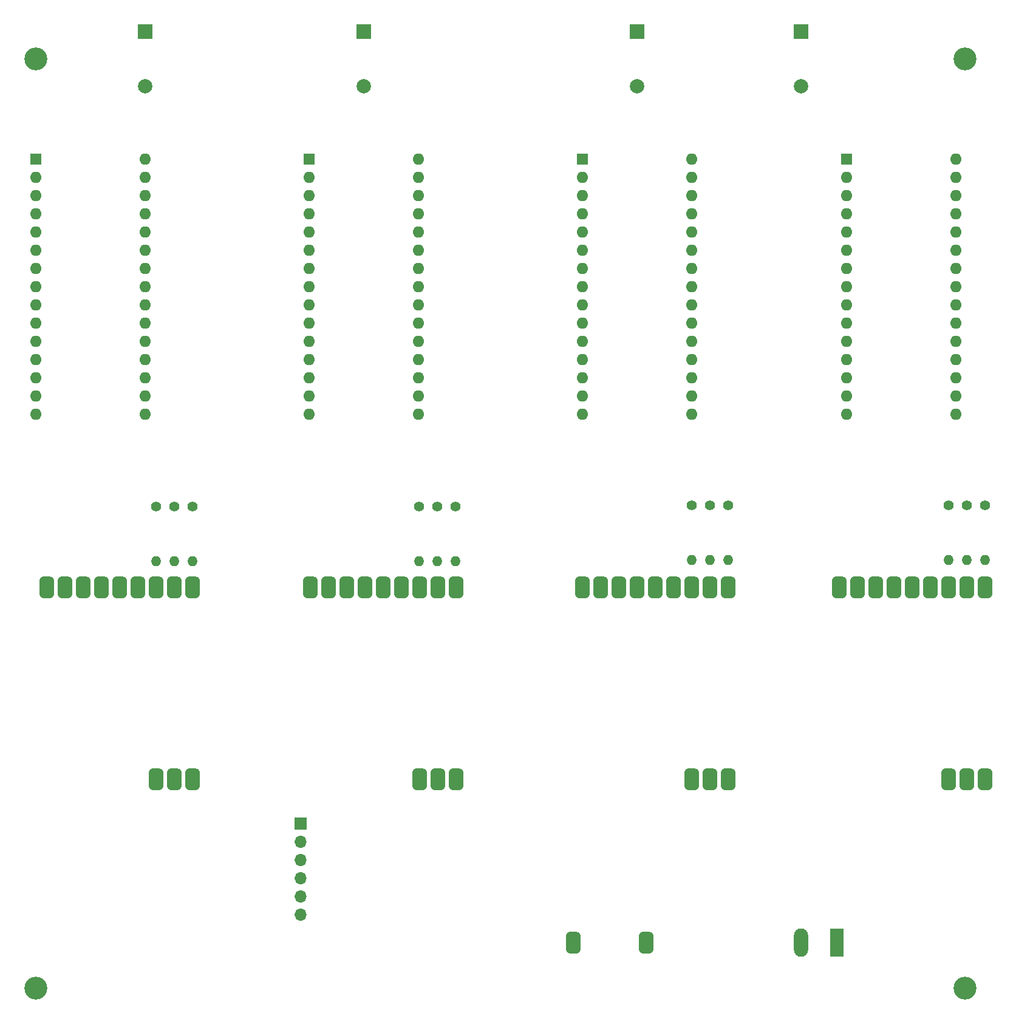
<source format=gbr>
%TF.GenerationSoftware,KiCad,Pcbnew,(6.0.7)*%
%TF.CreationDate,2022-10-02T12:09:57-05:00*%
%TF.ProjectId,PidflightLapV2,50696466-6c69-4676-9874-4c617056322e,1.0*%
%TF.SameCoordinates,Original*%
%TF.FileFunction,Soldermask,Top*%
%TF.FilePolarity,Negative*%
%FSLAX46Y46*%
G04 Gerber Fmt 4.6, Leading zero omitted, Abs format (unit mm)*
G04 Created by KiCad (PCBNEW (6.0.7)) date 2022-10-02 12:09:57*
%MOMM*%
%LPD*%
G01*
G04 APERTURE LIST*
G04 Aperture macros list*
%AMRoundRect*
0 Rectangle with rounded corners*
0 $1 Rounding radius*
0 $2 $3 $4 $5 $6 $7 $8 $9 X,Y pos of 4 corners*
0 Add a 4 corners polygon primitive as box body*
4,1,4,$2,$3,$4,$5,$6,$7,$8,$9,$2,$3,0*
0 Add four circle primitives for the rounded corners*
1,1,$1+$1,$2,$3*
1,1,$1+$1,$4,$5*
1,1,$1+$1,$6,$7*
1,1,$1+$1,$8,$9*
0 Add four rect primitives between the rounded corners*
20,1,$1+$1,$2,$3,$4,$5,0*
20,1,$1+$1,$4,$5,$6,$7,0*
20,1,$1+$1,$6,$7,$8,$9,0*
20,1,$1+$1,$8,$9,$2,$3,0*%
G04 Aperture macros list end*
%ADD10R,1.980000X3.960000*%
%ADD11O,1.980000X3.960000*%
%ADD12C,3.200000*%
%ADD13R,1.600000X1.600000*%
%ADD14O,1.600000X1.600000*%
%ADD15C,1.400000*%
%ADD16O,1.400000X1.400000*%
%ADD17RoundRect,0.500000X0.500000X-1.000000X0.500000X1.000000X-0.500000X1.000000X-0.500000X-1.000000X0*%
%ADD18R,2.000000X2.000000*%
%ADD19C,2.000000*%
%ADD20R,1.700000X1.700000*%
%ADD21O,1.700000X1.700000*%
G04 APERTURE END LIST*
D10*
%TO.C,BT1*%
X141164000Y-153448500D03*
D11*
X136164000Y-153448500D03*
%TD*%
D12*
%TO.C,REF\u002A\u002A*%
X159004000Y-159766000D03*
%TD*%
D13*
%TO.C,U9*%
X142494000Y-44196000D03*
D14*
X142494000Y-46736000D03*
X142494000Y-49276000D03*
X142494000Y-51816000D03*
X142494000Y-54356000D03*
X142494000Y-56896000D03*
X142494000Y-59436000D03*
X142494000Y-61976000D03*
X142494000Y-64516000D03*
X142494000Y-67056000D03*
X142494000Y-69596000D03*
X142494000Y-72136000D03*
X142494000Y-74676000D03*
X142494000Y-77216000D03*
X142494000Y-79756000D03*
X157734000Y-79756000D03*
X157734000Y-77216000D03*
X157734000Y-74676000D03*
X157734000Y-72136000D03*
X157734000Y-69596000D03*
X157734000Y-67056000D03*
X157734000Y-64516000D03*
X157734000Y-61976000D03*
X157734000Y-59436000D03*
X157734000Y-56896000D03*
X157734000Y-54356000D03*
X157734000Y-51816000D03*
X157734000Y-49276000D03*
X157734000Y-46736000D03*
X157734000Y-44196000D03*
%TD*%
D15*
%TO.C,1k2*%
X48758496Y-92588363D03*
D16*
X48754000Y-100208363D03*
%TD*%
D13*
%TO.C,U5*%
X67574000Y-44196000D03*
D14*
X67574000Y-46736000D03*
X67574000Y-49276000D03*
X67574000Y-51816000D03*
X67574000Y-54356000D03*
X67574000Y-56896000D03*
X67574000Y-59436000D03*
X67574000Y-61976000D03*
X67574000Y-64516000D03*
X67574000Y-67056000D03*
X67574000Y-69596000D03*
X67574000Y-72136000D03*
X67574000Y-74676000D03*
X67574000Y-77216000D03*
X67574000Y-79756000D03*
X82814000Y-79756000D03*
X82814000Y-77216000D03*
X82814000Y-74676000D03*
X82814000Y-72136000D03*
X82814000Y-69596000D03*
X82814000Y-67056000D03*
X82814000Y-64516000D03*
X82814000Y-61976000D03*
X82814000Y-59436000D03*
X82814000Y-56896000D03*
X82814000Y-54356000D03*
X82814000Y-51816000D03*
X82814000Y-49276000D03*
X82814000Y-46736000D03*
X82814000Y-44196000D03*
%TD*%
D17*
%TO.C,SW1*%
X104394000Y-153416000D03*
X114554000Y-153416000D03*
%TD*%
D15*
%TO.C,1k4*%
X82930141Y-92590994D03*
D16*
X82930141Y-100210994D03*
%TD*%
D17*
%TO.C,U6*%
X105664000Y-103886000D03*
X108204000Y-103886000D03*
X110744000Y-103886000D03*
X113284000Y-103886000D03*
X115824000Y-103886000D03*
X118364000Y-103886000D03*
X120904000Y-103886000D03*
X123444000Y-103886000D03*
X125984000Y-103886000D03*
X125984000Y-130686000D03*
X123444000Y-130686000D03*
X120904000Y-130686000D03*
%TD*%
D18*
%TO.C,B4*%
X136144000Y-26426000D03*
D19*
X136144000Y-34026000D03*
%TD*%
D18*
%TO.C,B3*%
X113284000Y-26426000D03*
D19*
X113284000Y-34026000D03*
%TD*%
D15*
%TO.C,1k12*%
X161778630Y-92456000D03*
D16*
X161778630Y-100076000D03*
%TD*%
D15*
%TO.C,1k11*%
X159238630Y-92456000D03*
D16*
X159238630Y-100076000D03*
%TD*%
D12*
%TO.C,REF\u002A\u002A*%
X29464000Y-30226000D03*
%TD*%
D15*
%TO.C,1k8*%
X123444000Y-92456000D03*
D16*
X123444000Y-100076000D03*
%TD*%
D13*
%TO.C,U7*%
X105664000Y-44196000D03*
D14*
X105664000Y-46736000D03*
X105664000Y-49276000D03*
X105664000Y-51816000D03*
X105664000Y-54356000D03*
X105664000Y-56896000D03*
X105664000Y-59436000D03*
X105664000Y-61976000D03*
X105664000Y-64516000D03*
X105664000Y-67056000D03*
X105664000Y-69596000D03*
X105664000Y-72136000D03*
X105664000Y-74676000D03*
X105664000Y-77216000D03*
X105664000Y-79756000D03*
X120904000Y-79756000D03*
X120904000Y-77216000D03*
X120904000Y-74676000D03*
X120904000Y-72136000D03*
X120904000Y-69596000D03*
X120904000Y-67056000D03*
X120904000Y-64516000D03*
X120904000Y-61976000D03*
X120904000Y-59436000D03*
X120904000Y-56896000D03*
X120904000Y-54356000D03*
X120904000Y-51816000D03*
X120904000Y-49276000D03*
X120904000Y-46736000D03*
X120904000Y-44196000D03*
%TD*%
D15*
%TO.C,1k1*%
X46218496Y-92588363D03*
D16*
X46214000Y-100208363D03*
%TD*%
D12*
%TO.C,REF\u002A\u002A*%
X29464000Y-159766000D03*
%TD*%
D17*
%TO.C,U2*%
X30974000Y-103886000D03*
X33514000Y-103886000D03*
X36054000Y-103886000D03*
X38594000Y-103886000D03*
X41134000Y-103886000D03*
X43674000Y-103886000D03*
X46214000Y-103886000D03*
X48754000Y-103886000D03*
X51294000Y-103886000D03*
X51294000Y-130686000D03*
X48754000Y-130686000D03*
X46214000Y-130686000D03*
%TD*%
D15*
%TO.C,1k7*%
X120904000Y-92456000D03*
D16*
X120904000Y-100076000D03*
%TD*%
D20*
%TO.C,U1*%
X66389000Y-136793500D03*
D21*
X66389000Y-139333500D03*
X66389000Y-141873500D03*
X66389000Y-144413500D03*
X66389000Y-146953500D03*
X66389000Y-149493500D03*
%TD*%
D13*
%TO.C,U3*%
X29464000Y-44196000D03*
D14*
X29464000Y-46736000D03*
X29464000Y-49276000D03*
X29464000Y-51816000D03*
X29464000Y-54356000D03*
X29464000Y-56896000D03*
X29464000Y-59436000D03*
X29464000Y-61976000D03*
X29464000Y-64516000D03*
X29464000Y-67056000D03*
X29464000Y-69596000D03*
X29464000Y-72136000D03*
X29464000Y-74676000D03*
X29464000Y-77216000D03*
X29464000Y-79756000D03*
X44704000Y-79756000D03*
X44704000Y-77216000D03*
X44704000Y-74676000D03*
X44704000Y-72136000D03*
X44704000Y-69596000D03*
X44704000Y-67056000D03*
X44704000Y-64516000D03*
X44704000Y-61976000D03*
X44704000Y-59436000D03*
X44704000Y-56896000D03*
X44704000Y-54356000D03*
X44704000Y-51816000D03*
X44704000Y-49276000D03*
X44704000Y-46736000D03*
X44704000Y-44196000D03*
%TD*%
D15*
%TO.C,1k10*%
X156698630Y-92456000D03*
D16*
X156698630Y-100076000D03*
%TD*%
D15*
%TO.C,1k3*%
X51298496Y-92588363D03*
D16*
X51294000Y-100208363D03*
%TD*%
D17*
%TO.C,U8*%
X141464000Y-103886000D03*
X144004000Y-103886000D03*
X146544000Y-103886000D03*
X149084000Y-103886000D03*
X151624000Y-103886000D03*
X154164000Y-103886000D03*
X156704000Y-103886000D03*
X159244000Y-103886000D03*
X161784000Y-103886000D03*
X161784000Y-130686000D03*
X159244000Y-130686000D03*
X156704000Y-130686000D03*
%TD*%
D18*
%TO.C,B1*%
X44704000Y-26416000D03*
D19*
X44704000Y-34016000D03*
%TD*%
D15*
%TO.C,1k6*%
X88010141Y-92590994D03*
D16*
X88010141Y-100210994D03*
%TD*%
D15*
%TO.C,1k9*%
X125984000Y-92456000D03*
D16*
X125984000Y-100076000D03*
%TD*%
D17*
%TO.C,U4*%
X67724000Y-103886000D03*
X70264000Y-103886000D03*
X72804000Y-103886000D03*
X75344000Y-103886000D03*
X77884000Y-103886000D03*
X80424000Y-103886000D03*
X82964000Y-103886000D03*
X85504000Y-103886000D03*
X88044000Y-103886000D03*
X88044000Y-130686000D03*
X85504000Y-130686000D03*
X82964000Y-130686000D03*
%TD*%
D12*
%TO.C,REF\u002A\u002A*%
X159004000Y-30226000D03*
%TD*%
D15*
%TO.C,1k5*%
X85470141Y-92590994D03*
D16*
X85470141Y-100210994D03*
%TD*%
D18*
%TO.C,B2*%
X75175147Y-26426000D03*
D19*
X75175147Y-34026000D03*
%TD*%
M02*

</source>
